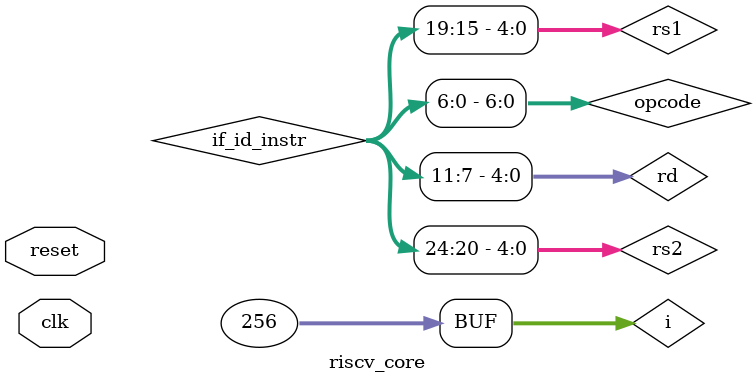
<source format=v>

module riscv_core (
    input  wire         clk,
    input  wire         reset
);

  // Program Counter
  reg [31:0] pc;

  // Instruction Memory (256 words)
  reg [31:0] imem [0:255];
  // Data Memory (256 words)
  reg [31:0] dmem [0:255];

  // Register File: 32 registers (x0 is hardwired to 0)
  reg [31:0] regs [0:31];

  // Pipeline Registers
  // IF/ID
  reg [31:0] if_id_pc;
  reg [31:0] if_id_instr;
  // ID/EX
  reg [31:0] id_ex_pc;
  reg [31:0] id_ex_rs1;
  reg [31:0] id_ex_rs2;
  reg [31:0] id_ex_imm;
  reg [4:0]  id_ex_rd;
  reg [2:0]  id_ex_funct3;
  reg        id_ex_regWrite;
  // EX/MEM
  reg [31:0] ex_mem_pc;
  reg [31:0] ex_mem_alu_out;
  reg [31:0] ex_mem_rs2;
  reg [4:0]  ex_mem_rd;
  reg        ex_mem_regWrite;
  // MEM/WB
  reg [31:0] mem_wb_pc;
  reg [31:0] mem_wb_data;
  reg [4:0]  mem_wb_rd;
  reg        mem_wb_regWrite;

  // Internal signals for decoding
  wire [6:0] opcode;
  wire [4:0] rs1, rs2, rd;
  wire [2:0] funct3;
  wire [6:0] funct7;
  assign opcode  = if_id_instr[6:0];
  assign rd      = if_id_instr[11:7];
  assign funct3  = if_id_instr[14:12];
  assign rs1     = if_id_instr[19:15];
  assign rs2     = if_id_instr[24:20];
  assign funct7  = if_id_instr[31:25];

  //===========================================================================
  // Initialization
  //===========================================================================
  integer i;
  initial begin
    // Initialize PC
    pc = 0;
    // Initialize register file (x0 always 0)
    regs[0] = 0;
    for(i = 1; i < 32; i = i + 1)
      regs[i] = 0;
    // Initialize instruction memory with a simple test program:
    //  0: addi x1, x0, 5     // x1 = 5
    //  1: addi x2, x0, 10    // x2 = 10
    //  2: add  x3, x1, x2    // x3 = x1 + x2
    //  3: beq  x0, x0, -4    // infinite loop (branch to itself)
    imem[0] = 32'h00500093; // addi x1,x0,5  (opcode:0010011)
    imem[1] = 32'h00a00113; // addi x2,x0,10 (opcode:0010011)
    imem[2] = 32'h002081b3; // add  x3,x1,x2 (opcode:0110011, funct3=000, funct7=0000000)
    imem[3] = 32'he7dff06f; // beq  x0,x0,-4 (opcode:1100011)
    for (i = 4; i < 256; i = i + 1)
      imem[i] = 32'b0;
    // Initialize data memory to 0
    for (i = 0; i < 256; i = i + 1)
      dmem[i] = 32'b0;
  end

  //===========================================================================
  // IF Stage: Instruction Fetch
  //===========================================================================
  reg [31:0] instr;
  always @(posedge clk or posedge reset) begin
    if (reset) begin
      pc <= 0;
    end else begin
      // Fetch instruction (word-aligned: use pc[9:2] for 256-word memory)
      instr <= imem[pc[9:2]];
      // Latch IF/ID pipeline registers
      if_id_pc    <= pc;
      if_id_instr <= instr;
      // Increment PC by 4 (word-aligned)
      pc <= pc + 4;
    end
  end

  //===========================================================================
  // ID Stage: Instruction Decode
  //===========================================================================
  always @(posedge clk) begin
    // For immediate-type instructions (e.g., ADDI), sign-extend bits [31:20]
    id_ex_imm <= {{20{if_id_instr[31]}}, if_id_instr[31:20]};
    // Read registers from register file
    id_ex_rs1 <= regs[rs1];
    id_ex_rs2 <= regs[rs2];
    id_ex_rd  <= rd;
    id_ex_pc  <= if_id_pc;

    // Simple control signal generation:
    // For opcode 0010011 (OP-IMM) and 0110011 (OP), we enable register write.
    if (opcode == 7'b0010011 || opcode == 7'b0110011)
      id_ex_regWrite <= 1;
    else
      id_ex_regWrite <= 0;

    // Pass funct3 for use in ALU operation selection
    id_ex_funct3 <= funct3;
  end

  //===========================================================================
  // EX Stage: Execute (ALU operations)
  //===========================================================================
  reg [31:0] alu_out;
  always @(posedge clk) begin
    // Default ALU operation is addition.
    // If opcode is OP-IMM (0010011), use immediate; if OP (0110011), use second register.
    if (id_ex_regWrite) begin
      if (id_ex_funct3 == 3'b000) begin
        // For subtraction in OP (0110011) with funct7 bit 5 high, perform subtraction.
        if (opcode == 7'b0110011 && funct7[5])
          alu_out <= id_ex_rs1 - id_ex_rs2;
        else
          alu_out <= id_ex_rs1 + (opcode == 7'b0010011 ? id_ex_imm : id_ex_rs2);
      end
      else if (id_ex_funct3 == 3'b111) begin
        alu_out <= id_ex_rs1 & (opcode == 7'b0010011 ? id_ex_imm : id_ex_rs2);
      end
      else if (id_ex_funct3 == 3'b110) begin
        alu_out <= id_ex_rs1 | (opcode == 7'b0010011 ? id_ex_imm : id_ex_rs2);
      end
      else begin
        alu_out <= 0;  // Other operations can be added here.
      end
    end else begin
      alu_out <= 0;
    end

    // Latch EX/MEM pipeline registers
    ex_mem_pc         <= id_ex_pc;
    ex_mem_alu_out    <= alu_out;
    ex_mem_rs2        <= id_ex_rs2;
    ex_mem_rd         <= id_ex_rd;
    ex_mem_regWrite   <= id_ex_regWrite;
  end

  //===========================================================================
  // MEM Stage: Memory Access
  //===========================================================================
  reg [31:0] mem_data;
  always @(posedge clk) begin
    // For this simple design, we assume no load/store instructions are used.
    // So, if there were a load (opcode 0000011), we would read from dmem.
    // Here we simply pass the ALU result.
    mem_data <= ex_mem_alu_out;
    
    // Latch MEM/WB pipeline registers
    mem_wb_pc       <= ex_mem_pc;
    mem_wb_data     <= mem_data;
    mem_wb_rd       <= ex_mem_rd;
    mem_wb_regWrite <= ex_mem_regWrite;
  end

  //===========================================================================
  // WB Stage: Write Back
  //===========================================================================
  always @(posedge clk) begin
    // Write back to register file (x0 is hardwired to zero)
    if (mem_wb_regWrite && (mem_wb_rd != 0))
      regs[mem_wb_rd] <= mem_wb_data;
  end

endmodule

</source>
